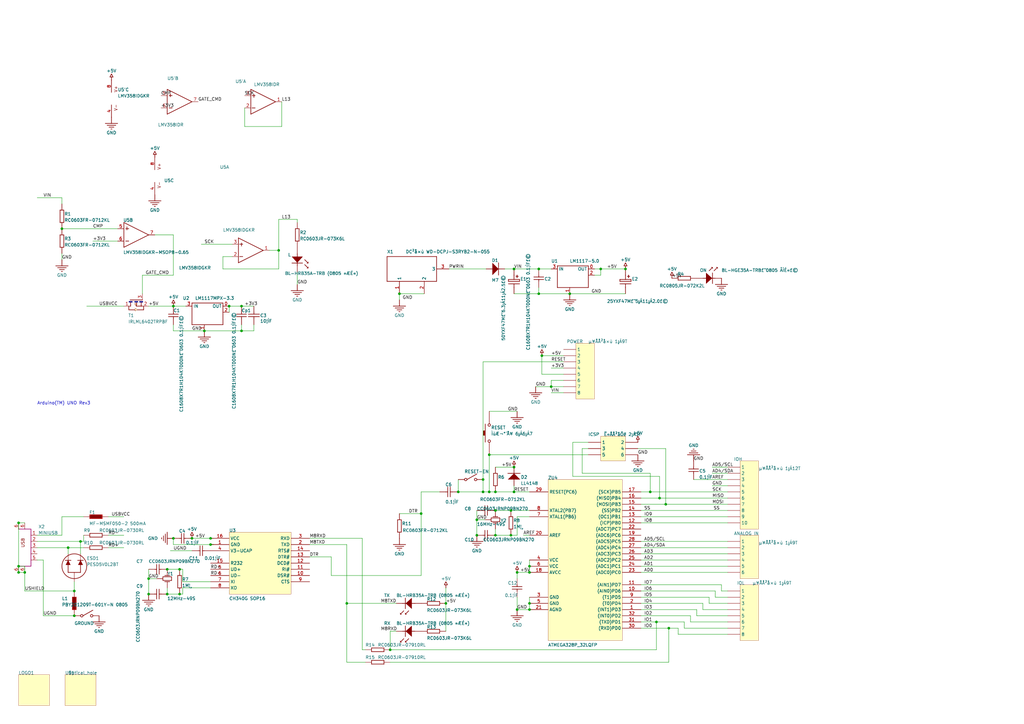
<source format=kicad_sch>
(kicad_sch (version 20231120) (generator "eeschema") (generator_version "8.0")
  (paper "A3")
  (lib_symbols
    (symbol "arduino_SCH-altium-import:+5V_ARROW" (power)
      (property "Reference" "#PWR" (at 0 0 0))
      (property "Value" "+5V" (at 0 3.81 0))
      (symbol "+5V_ARROW_0_0"
        (pin power_in line (at 0 0 0) (length 0) hide (name "+5V") (number ""))
      )
    )
    (symbol "arduino_SCH-altium-import:GND_POWER_GROUND" (power)
      (property "Reference" "#PWR" (at 0 0 0))
      (property "Value" "GND" (at 0 6.35 0))
      (symbol "GND_POWER_GROUND_0_0"
        (pin power_in line (at 0 0 0) (length 0) hide (name "GND") (number ""))
      )
    )
    (symbol "arduino_SCH-altium-import:root_0_ATMEGA328P_32LQFP"
      (symbol "root_0_ATMEGA328P_32LQFP_1_0"
        (pin passive line (at 38.1 -53.34 180) (length 7.62) (name "(INT1)PD3") (number "1"))
        (pin passive line (at 38.1 -45.72 180) (length 7.62) (name "(AIN0)PD6") (number "10"))
        (pin passive line (at 38.1 -43.18 180) (length 7.62) (name "(AIN1)PD7") (number "11"))
        (pin passive line (at 38.1 -17.78 180) (length 7.62) (name "(ICP)PB0") (number "12"))
        (pin passive line (at 38.1 -15.24 180) (length 7.62) (name "(OC1)PB1") (number "13"))
        (pin passive line (at 38.1 -12.7 180) (length 7.62) (name "(SS)PB2") (number "14"))
        (pin passive line (at 38.1 -10.16 180) (length 7.62) (name "(MOSI)PB3") (number "15"))
        (pin passive line (at 38.1 -7.62 180) (length 7.62) (name "(MISO)PB4") (number "16"))
        (pin passive line (at 38.1 -5.08 180) (length 7.62) (name "(SCK)PB5") (number "17"))
        (pin passive line (at -7.62 -38.1 0) (length 7.62) (name "AVCC") (number "18"))
        (pin passive line (at 38.1 -22.86 180) (length 7.62) (name "(ADC6)PC6") (number "19"))
        (pin passive line (at 38.1 -50.8 180) (length 7.62) (name "(T0)PD4") (number "2"))
        (pin passive line (at -7.62 -22.86 0) (length 7.62) (name "AREF") (number "20"))
        (pin passive line (at -7.62 -53.34 0) (length 7.62) (name "AGND") (number "21"))
        (pin passive line (at 38.1 -20.32 180) (length 7.62) (name "(ADC7)PC7") (number "22"))
        (pin passive line (at 38.1 -38.1 180) (length 7.62) (name "(ADC0)PC0") (number "23"))
        (pin passive line (at 38.1 -35.56 180) (length 7.62) (name "(ADC1)PC1") (number "24"))
        (pin passive line (at 38.1 -33.02 180) (length 7.62) (name "(ADC2)PC2") (number "25"))
        (pin passive line (at 38.1 -30.48 180) (length 7.62) (name "(ADC3)PC3") (number "26"))
        (pin passive line (at 38.1 -27.94 180) (length 7.62) (name "(ADC4)PC4") (number "27"))
        (pin passive line (at 38.1 -25.4 180) (length 7.62) (name "(ADC5)PC5") (number "28"))
        (pin passive line (at -7.62 -5.08 0) (length 7.62) (name "RESET(PC6)") (number "29"))
        (pin passive line (at -7.62 -48.26 0) (length 7.62) (name "GND") (number "3"))
        (pin passive line (at 38.1 -60.96 180) (length 7.62) (name "(RXD)PD0") (number "30"))
        (pin passive line (at 38.1 -58.42 180) (length 7.62) (name "(TXD)PD1") (number "31"))
        (pin passive line (at 38.1 -55.88 180) (length 7.62) (name "(INT0)PD2") (number "32"))
        (pin passive line (at -7.62 -33.02 0) (length 7.62) (name "VCC") (number "4"))
        (pin passive line (at -7.62 -50.8 0) (length 7.62) (name "GND") (number "5"))
        (pin passive line (at -7.62 -35.56 0) (length 7.62) (name "VCC") (number "6"))
        (pin passive line (at -7.62 -15.24 0) (length 7.62) (name "XTAL1(PB6)") (number "7"))
        (pin passive line (at -7.62 -12.7 0) (length 7.62) (name "XTAL2(PB7)") (number "8"))
        (pin passive line (at 38.1 -48.26 180) (length 7.62) (name "(T1)PD5") (number "9"))
      )
    )
    (symbol "arduino_SCH-altium-import:root_0_CH340G"
      (symbol "root_0_CH340G_1_0"
        (pin passive line (at -7.62 -5.08 0) (length 7.62) (name "GND") (number "1"))
        (pin passive line (at 33.02 -17.78 180) (length 7.62) (name "DSR#") (number "10"))
        (pin passive line (at 33.02 -15.24 180) (length 7.62) (name "RI#") (number "11"))
        (pin passive line (at 33.02 -12.7 180) (length 7.62) (name "DCD#") (number "12"))
        (pin passive line (at 33.02 -10.16 180) (length 7.62) (name "DTR#") (number "13"))
        (pin passive line (at 33.02 -7.62 180) (length 7.62) (name "RTS#") (number "14"))
        (pin passive line (at -7.62 -12.7 0) (length 7.62) (name "R232") (number "15"))
        (pin passive line (at -7.62 -2.54 0) (length 7.62) (name "VCC") (number "16"))
        (pin passive line (at 33.02 -5.08 180) (length 7.62) (name "TXD") (number "2"))
        (pin passive line (at 33.02 -2.54 180) (length 7.62) (name "RXD") (number "3"))
        (pin passive line (at -7.62 -7.62 0) (length 7.62) (name "V3-UCAP") (number "4"))
        (pin passive line (at -7.62 -15.24 0) (length 7.62) (name "UD+") (number "5"))
        (pin passive line (at -7.62 -17.78 0) (length 7.62) (name "UD-") (number "6"))
        (pin passive line (at -7.62 -20.32 0) (length 7.62) (name "XI") (number "7"))
        (pin passive line (at -7.62 -22.86 0) (length 7.62) (name "XO") (number "8"))
        (pin passive line (at 33.02 -20.32 180) (length 7.62) (name "CTS") (number "9"))
      )
    )
    (symbol "arduino_SCH-altium-import:root_0_Cap"
      (symbol "root_0_Cap_1_0"
        (pin passive line (at -2.54 -2.54 0) (length 2.54) (name "1") (number "1"))
        (pin passive line (at 5.08 -2.54 180) (length 2.54) (name "2") (number "2"))
      )
    )
    (symbol "arduino_SCH-altium-import:root_0_DC_IN"
      (symbol "root_0_DC_IN_1_0"
        (pin passive line (at -5.08 -10.16 90) (length 5.08) (name "1") (number "1"))
        (pin passive line (at 5.08 -10.16 90) (length 5.08) (name "2") (number "2"))
        (pin passive line (at 15.24 0 180) (length 5.08) (name "3") (number "3"))
      )
    )
    (symbol "arduino_SCH-altium-import:root_0_E"
      (symbol "root_0_E_1_0"
        (pin passive line (at 0 0 270) (length 2.54) (name "") (number "1"))
        (pin passive line (at 0 -10.16 90) (length 2.54) (name "") (number "2"))
      )
    )
    (symbol "arduino_SCH-altium-import:root_0_Header 10"
      (symbol "root_0_Header 10_1_0"
        (pin passive line (at -5.08 -2.54 0) (length 5.08) (name "1") (number "1"))
        (pin passive line (at -5.08 -25.4 0) (length 5.08) (name "10") (number "10"))
        (pin passive line (at -5.08 -5.08 0) (length 5.08) (name "2") (number "2"))
        (pin passive line (at -5.08 -7.62 0) (length 5.08) (name "3") (number "3"))
        (pin passive line (at -5.08 -10.16 0) (length 5.08) (name "4") (number "4"))
        (pin passive line (at -5.08 -12.7 0) (length 5.08) (name "5") (number "5"))
        (pin passive line (at -5.08 -15.24 0) (length 5.08) (name "6") (number "6"))
        (pin passive line (at -5.08 -17.78 0) (length 5.08) (name "7") (number "7"))
        (pin passive line (at -5.08 -20.32 0) (length 5.08) (name "8") (number "8"))
        (pin passive line (at -5.08 -22.86 0) (length 5.08) (name "9") (number "9"))
      )
    )
    (symbol "arduino_SCH-altium-import:root_0_Header 3X2"
      (symbol "root_0_Header 3X2_1_0"
        (pin passive line (at -5.08 -2.54 0) (length 5.08) (name "1") (number "1"))
        (pin passive line (at 15.24 -2.54 180) (length 5.08) (name "2") (number "2"))
        (pin passive line (at -5.08 -5.08 0) (length 5.08) (name "3") (number "3"))
        (pin passive line (at 15.24 -5.08 180) (length 5.08) (name "4") (number "4"))
        (pin passive line (at -5.08 -7.62 0) (length 5.08) (name "5") (number "5"))
        (pin passive line (at 15.24 -7.62 180) (length 5.08) (name "6") (number "6"))
      )
    )
    (symbol "arduino_SCH-altium-import:root_0_Header 6"
      (symbol "root_0_Header 6_1_0"
        (pin passive line (at -5.08 -2.54 0) (length 5.08) (name "1") (number "1"))
        (pin passive line (at -5.08 -5.08 0) (length 5.08) (name "2") (number "2"))
        (pin passive line (at -5.08 -7.62 0) (length 5.08) (name "3") (number "3"))
        (pin passive line (at -5.08 -10.16 0) (length 5.08) (name "4") (number "4"))
        (pin passive line (at -5.08 -12.7 0) (length 5.08) (name "5") (number "5"))
        (pin passive line (at -5.08 -15.24 0) (length 5.08) (name "6") (number "6"))
      )
    )
    (symbol "arduino_SCH-altium-import:root_0_Header 8"
      (symbol "root_0_Header 8_1_0"
        (pin passive line (at -5.08 -2.54 0) (length 5.08) (name "1") (number "1"))
        (pin passive line (at -5.08 -5.08 0) (length 5.08) (name "2") (number "2"))
        (pin passive line (at -5.08 -7.62 0) (length 5.08) (name "3") (number "3"))
        (pin passive line (at -5.08 -10.16 0) (length 5.08) (name "4") (number "4"))
        (pin passive line (at -5.08 -12.7 0) (length 5.08) (name "5") (number "5"))
        (pin passive line (at -5.08 -15.24 0) (length 5.08) (name "6") (number "6"))
        (pin passive line (at -5.08 -17.78 0) (length 5.08) (name "7") (number "7"))
        (pin passive line (at -5.08 -20.32 0) (length 5.08) (name "8") (number "8"))
      )
    )
    (symbol "arduino_SCH-altium-import:root_0_L"
      (symbol "root_0_L_1_0"
        (pin passive line (at 5.08 0 180) (length 2.54) (name "") (number "1"))
        (pin passive line (at -5.08 0 0) (length 2.54) (name "") (number "2"))
      )
    )
    (symbol "arduino_SCH-altium-import:root_0_LED_0"
      (symbol "root_0_LED_0_1_0"
        (pin passive line (at -5.08 -2.54 0) (length 2.54) (name "") (number "A"))
        (pin passive line (at 5.08 -2.54 180) (length 2.54) (name "") (number "K"))
      )
    )
    (symbol "arduino_SCH-altium-import:root_0_LM1117"
      (symbol "root_0_LM1117_1_0"
        (pin passive line (at 10.16 5.08 180) (length 2.54) (name "OUT") (number "0"))
        (pin passive line (at 0 -5.08 90) (length 2.54) (name "GND/ADJ") (number "1"))
        (pin passive line (at 10.16 2.54 180) (length 2.54) (name "OUT@1") (number "2"))
        (pin passive line (at -7.62 5.08 0) (length 2.54) (name "IN") (number "3"))
      )
    )
    (symbol "arduino_SCH-altium-import:root_0_LMV358MMX"
      (symbol "root_0_LMV358MMX_1_0"
        (pin passive line (at -7.62 -195.58 180) (length 2.54) (name "OUT") (number "1"))
        (pin passive line (at -22.86 -198.12 0) (length 2.54) (name "-IN") (number "2"))
        (pin passive line (at -22.86 -193.04 0) (length 2.54) (name "+IN") (number "3"))
      )
      (symbol "root_0_LMV358MMX_2_0"
        (pin passive line (at -58.42 7.62 0) (length 2.54) (name "+IN") (number "5"))
        (pin passive line (at -58.42 2.54 0) (length 2.54) (name "-IN") (number "6"))
        (pin passive line (at -43.18 5.08 180) (length 2.54) (name "OUT") (number "7"))
      )
      (symbol "root_0_LMV358MMX_3_0"
        (text "V+" (at -27.94 -162.56 900) (effects (font (size 1.27 1.27)) (justify left bottom)))
        (text "V-" (at -27.94 -170.18 900) (effects (font (size 1.27 1.27)) (justify left bottom)))
        (pin passive line (at -30.48 -172.72 90) (length 5.08) (name "V-") (number "4"))
        (pin passive line (at -30.48 -157.48 270) (length 5.08) (name "V+") (number "8"))
      )
    )
    (symbol "arduino_SCH-altium-import:root_0_LOGO")
    (symbol "arduino_SCH-altium-import:root_0_M7"
      (symbol "root_0_M7_1_0"
        (pin passive line (at -2.54 -2.54 0) (length 2.54) (name "A") (number "A"))
        (pin passive line (at 5.08 -2.54 180) (length 2.54) (name "K") (number "K"))
      )
    )
    (symbol "arduino_SCH-altium-import:root_0_PMOSSOT23"
      (symbol "root_0_PMOSSOT23_1_0"
        (pin passive line (at -5.08 0 0) (length 2.54) (name "D") (number "1"))
        (pin passive line (at 5.08 0 180) (length 2.54) (name "S") (number "2"))
        (pin passive line (at 2.54 5.08 270) (length 2.54) (name "G") (number "3"))
      )
    )
    (symbol "arduino_SCH-altium-import:root_0_R"
      (symbol "root_0_R_1_0"
        (pin passive line (at 7.62 -2.54 180) (length 2.54) (name "") (number "1"))
        (pin passive line (at -2.54 -2.54 0) (length 2.54) (name "") (number "2"))
      )
    )
    (symbol "arduino_SCH-altium-import:root_0_SW-SPST"
      (symbol "root_0_SW-SPST_1_0"
        (pin passive line (at -2.54 -2.54 0) (length 2.54) (name "COMMON") (number "1"))
        (pin passive line (at 7.62 -2.54 180) (length 2.54) (name "NO") (number "2"))
      )
    )
    (symbol "arduino_SCH-altium-import:root_0_USB-B_MINI"
      (symbol "root_0_USB-B_MINI_1_0"
        (text "USB" (at 2.54 -7.62 900) (effects (font (size 1.27 1.27)) (justify left bottom)))
        (pin passive line (at 7.62 -2.54 180) (length 2.54) (name "") (number "1"))
        (pin passive line (at 7.62 -5.08 180) (length 2.54) (name "") (number "2"))
        (pin passive line (at 7.62 -7.62 180) (length 2.54) (name "") (number "3"))
        (pin passive line (at 7.62 -10.16 180) (length 2.54) (name "") (number "4"))
        (pin passive line (at 7.62 -12.7 180) (length 2.54) (name "") (number "5"))
        (pin passive line (at 0 -17.78 90) (length 2.54) (name "") (number "6"))
        (pin passive line (at 0 2.54 270) (length 2.54) (name "") (number "6"))
        (pin passive line (at 2.54 -17.78 90) (length 2.54) (name "") (number "6"))
        (pin passive line (at 2.54 2.54 270) (length 2.54) (name "") (number "6"))
      )
    )
    (symbol "arduino_SCH-altium-import:root_1_Cap"
      (symbol "root_1_Cap_1_0"
        (pin passive line (at 2.54 -2.54 90) (length 2.54) (name "1") (number "1"))
        (pin passive line (at 2.54 5.08 270) (length 2.54) (name "2") (number "2"))
      )
    )
    (symbol "arduino_SCH-altium-import:root_1_L"
      (symbol "root_1_L_1_0"
        (pin passive line (at 0 5.08 270) (length 2.54) (name "") (number "1"))
        (pin passive line (at 0 -5.08 90) (length 2.54) (name "") (number "2"))
      )
    )
    (symbol "arduino_SCH-altium-import:root_1_M7"
      (symbol "root_1_M7_1_0"
        (pin passive line (at 2.54 -2.54 90) (length 2.54) (name "A") (number "A"))
        (pin passive line (at 2.54 5.08 270) (length 2.54) (name "K") (number "K"))
      )
    )
    (symbol "arduino_SCH-altium-import:root_1_R"
      (symbol "root_1_R_1_0"
        (pin passive line (at 2.54 7.62 270) (length 2.54) (name "") (number "1"))
        (pin passive line (at 2.54 -2.54 90) (length 2.54) (name "") (number "2"))
      )
    )
    (symbol "arduino_SCH-altium-import:root_1_SW-PB"
      (symbol "root_1_SW-PB_1_0"
        (pin passive line (at 2.54 -5.08 90) (length 5.08) (name "1") (number "1"))
        (pin passive line (at 2.54 12.7 270) (length 5.08) (name "2") (number "2"))
      )
    )
    (symbol "arduino_SCH-altium-import:root_1_mirrored_ESD1"
      (symbol "root_1_mirrored_ESD1_1_0"
        (pin passive line (at -2.54 5.08 270) (length 2.54) (name "1") (number "1"))
        (pin passive line (at 2.54 5.08 270) (length 2.54) (name "2") (number "2"))
        (pin passive line (at 0 -6.35 90) (length 3.81) (name "3") (number "3"))
      )
    )
    (symbol "arduino_SCH-altium-import:root_2_Cap"
      (symbol "root_2_Cap_1_0"
        (pin passive line (at 2.54 2.54 180) (length 2.54) (name "1") (number "1"))
        (pin passive line (at -5.08 2.54 0) (length 2.54) (name "2") (number "2"))
      )
    )
    (symbol "arduino_SCH-altium-import:root_2_LED_0"
      (symbol "root_2_LED_0_1_0"
        (pin passive line (at 5.08 2.54 180) (length 2.54) (name "") (number "A"))
        (pin passive line (at -5.08 2.54 0) (length 2.54) (name "") (number "K"))
      )
    )
    (symbol "arduino_SCH-altium-import:root_2_mirrored_CAP_0"
      (symbol "root_2_mirrored_CAP_0_1_0"
        (pin passive line (at 2.54 -2.54 90) (length 2.54) (name "1") (number "1"))
        (pin passive line (at 2.54 5.08 270) (length 2.54) (name "2") (number "2"))
      )
    )
    (symbol "arduino_SCH-altium-import:root_3_Cap_0"
      (symbol "root_3_Cap_0_1_0"
        (pin passive line (at -2.54 2.54 270) (length 2.54) (name "1") (number "1"))
        (pin passive line (at -2.54 -5.08 90) (length 2.54) (name "2") (number "2"))
      )
    )
    (symbol "arduino_SCH-altium-import:root_3_LED_0"
      (symbol "root_3_LED_0_1_0"
        (pin passive line (at -2.54 5.08 270) (length 2.54) (name "") (number "A"))
        (pin passive line (at -2.54 -5.08 90) (length 2.54) (name "") (number "K"))
      )
    )
    (symbol "arduino_SCH-altium-import:root_3_XTAL1"
      (symbol "root_3_XTAL1_1_0"
        (pin passive line (at -2.54 2.54 270) (length 2.54) (name "OSC1") (number "1"))
        (pin passive line (at -2.54 -5.08 90) (length 2.54) (name "OSC2") (number "2"))
        (pin passive line (at -6.858 -1.27 0) (length 2.54) (name "3") (number "3"))
      )
    )
  )
  (junction (at 73.66 243.6622))
  (junction (at 68.58 243.6622))
  (junction (at 274.32 257.6322))
  (junction (at 187.96 201.7522))
  (junction (at 222.25 145.8722))
  (junction (at 114.3 102.6922))
  (junction (at 200.66 201.7522))
  (junction (at 30.48 242.3922))
  (junction (at 33.02 222.0722))
  (junction (at 217.17 234.7722))
  (junction (at 212.09 250.0122))
  (junction (at 86.36 220.8022))
  (junction (at 7.62 234.7722))
  (junction (at 10.16 234.7722))
  (junction (at 182.88 247.4722))
  (junction (at 246.38 110.3122))
  (junction (at 226.06 158.5722))
  (junction (at 142.24 247.4722))
  (junction (at 172.72 210.6422))
  (junction (at 68.58 233.5022))
  (junction (at 217.17 232.2322))
  (junction (at 25.4 93.8022))
  (junction (at 209.55 209.3722))
  (junction (at 198.12 196.6722))
  (junction (at 73.66 233.5022))
  (junction (at 27.94 224.6122))
  (junction (at 233.68 120.4722))
  (junction (at 60.96 243.6622))
  (junction (at 210.82 201.7522))
  (junction (at 99.06 125.5522))
  (junction (at 266.7 201.7522))
  (junction (at 210.82 110.3122))
  (junction (at 163.83 120.4722))
  (junction (at 195.58 219.5322))
  (junction (at 200.66 186.5122))
  (junction (at 256.54 110.3122))
  (junction (at 160.02 266.5222))
  (junction (at 203.2 201.7522))
  (junction (at 217.17 247.4722))
  (junction (at 78.74 220.8022))
  (junction (at 7.62 214.4522))
  (junction (at 71.12 220.8022))
  (junction (at 209.55 219.5322))
  (junction (at 203.2 209.3722))
  (junction (at 93.98 125.5522))
  (junction (at 71.12 125.5522))
  (junction (at 195.58 213.1822))
  (junction (at 210.82 191.5922))
  (junction (at 99.06 135.7122))
  (junction (at 30.48 252.5522))
  (junction (at 212.09 234.7722))
  (junction (at 83.82 135.7122))
  (junction (at 217.17 250.0122))
  (junction (at 220.98 110.3122))
  (junction (at 203.2 219.5322))
  (junction (at 60.96 237.3122))
  (junction (at 198.12 201.7522))
  (junction (at 269.24 255.0922))
  (junction (at 7.62 232.2322))
  (junction (at 270.51 204.2922))
  (junction (at 220.98 120.4722))
  (junction (at 86.36 223.3422))
  (junction (at 273.05 206.8322))
  (wire (pts (xy 238.76 183.9722) (xy 238.76 194.1322)))
  (wire (pts (xy 243.84 110.3122) (xy 246.38 110.3122)))
  (wire (pts (xy 273.05 183.9722) (xy 273.05 206.8322)))
  (wire (pts (xy 58.42 112.8522) (xy 71.12 112.8522)))
  (wire (pts (xy 212.09 237.3122) (xy 212.09 234.7722)))
  (wire (pts (xy 142.24 247.4722) (xy 142.24 271.6022)))
  (wire (pts (xy 64.262 237.3122) (xy 60.96 237.3122)))
  (wire (pts (xy 246.38 110.3122) (xy 246.38 112.8522)))
  (wire (pts (xy 44.45 219.5322) (xy 50.8 219.5322)))
  (wire (pts (xy 262.89 234.7722) (xy 298.45 234.7722)))
  (wire (pts (xy 262.89 214.4522) (xy 298.45 214.4522)))
  (wire (pts (xy 7.62 232.2322) (xy 10.16 232.2322)))
  (wire (pts (xy 278.13 257.6322) (xy 274.32 257.6322)))
  (wire (pts (xy 285.75 252.5522) (xy 298.45 252.5522)))
  (wire (pts (xy 77.47 220.8022) (xy 78.74 220.8022)))
  (wire (pts (xy 160.02 258.9022) (xy 160.02 266.5222)))
  (wire (pts (xy 234.95 181.4322) (xy 241.3 181.4322)))
  (wire (pts (xy 93.98 128.0922) (xy 93.98 125.5522)))
  (wire (pts (xy 115.57 51.8922) (xy 100.33 51.8922)))
  (wire (pts (xy 182.88 247.4722) (xy 182.88 241.1222)))
  (wire (pts (xy 60.96 237.3122) (xy 60.96 243.6622)))
  (wire (pts (xy 162.56 247.4722) (xy 142.24 247.4722)))
  (wire (pts (xy 241.3 186.5122) (xy 200.66 186.5122)))
  (wire (pts (xy 60.96 125.5522) (xy 71.12 125.5522)))
  (wire (pts (xy 238.76 194.1322) (xy 266.7 194.1322)))
  (wire (pts (xy 212.09 244.9322) (xy 212.09 250.0122)))
  (wire (pts (xy 33.02 227.1522) (xy 33.02 222.0722)))
  (wire (pts (xy 198.12 196.6722) (xy 198.12 201.7522)))
  (wire (pts (xy 114.3 89.9922) (xy 114.3 102.6922)))
  (wire (pts (xy 73.66 233.5022) (xy 74.93 233.5022)))
  (wire (pts (xy 298.45 260.1722) (xy 278.13 260.1722)))
  (wire (pts (xy 220.98 117.9322) (xy 220.98 120.4722)))
  (wire (pts (xy 262.89 232.2322) (xy 298.45 232.2322)))
  (wire (pts (xy 30.48 242.3922) (xy 30.48 238.5822)))
  (wire (pts (xy 273.05 206.8322) (xy 298.45 206.8322)))
  (wire (pts (xy 35.56 125.5522) (xy 50.8 125.5522)))
  (wire (pts (xy 74.93 243.6622) (xy 73.66 243.6622)))
  (wire (pts (xy 212.09 250.0122) (xy 217.17 250.0122)))
  (wire (pts (xy 298.45 222.0722) (xy 262.89 222.0722)))
  (wire (pts (xy 210.82 110.3122) (xy 220.98 110.3122)))
  (wire (pts (xy 25.4 211.9122) (xy 25.4 219.5322)))
  (wire (pts (xy 71.12 112.8522) (xy 71.12 96.3422)))
  (wire (pts (xy 17.78 252.5522) (xy 30.48 252.5522)))
  (wire (pts (xy 10.16 234.7722) (xy 10.16 242.3922)))
  (wire (pts (xy 270.51 195.4022) (xy 234.95 195.4022)))
  (wire (pts (xy 280.67 255.0922) (xy 280.67 257.6322)))
  (wire (pts (xy 71.12 125.5522) (xy 76.2 125.5522)))
  (wire (pts (xy 7.62 234.7722) (xy 10.16 234.7722)))
  (wire (pts (xy 207.01 110.3122) (xy 210.82 110.3122)))
  (wire (pts (xy 234.95 195.4022) (xy 234.95 181.4322)))
  (wire (pts (xy 280.67 257.6322) (xy 298.45 257.6322)))
  (wire (pts (xy 217.17 250.0122) (xy 217.17 247.4722)))
  (wire (pts (xy 212.09 219.5322) (xy 209.55 219.5322)))
  (wire (pts (xy 278.13 260.1722) (xy 278.13 257.6322)))
  (wire (pts (xy 114.3 102.6922) (xy 114.3 110.3122)))
  (wire (pts (xy 34.29 211.9122) (xy 25.4 211.9122)))
  (wire (pts (xy 231.14 148.4122) (xy 198.12 148.4122)))
  (wire (pts (xy 172.72 210.6422) (xy 172.72 201.7522)))
  (wire (pts (xy 68.58 233.5022) (xy 73.66 233.5022)))
  (wire (pts (xy 142.24 223.3422) (xy 142.24 247.4722)))
  (wire (pts (xy 200.66 201.7522) (xy 198.12 201.7522)))
  (wire (pts (xy 261.62 183.9722) (xy 273.05 183.9722)))
  (wire (pts (xy 298.45 199.2122) (xy 292.1 199.2122)))
  (wire (pts (xy 172.72 201.7522) (xy 180.34 201.7522)))
  (wire (pts (xy 262.89 252.5522) (xy 283.21 252.5522)))
  (wire (pts (xy 25.4 106.5022) (xy 25.4 103.9622)))
  (wire (pts (xy 262.89 211.9122) (xy 298.45 211.9122)))
  (wire (pts (xy 135.89 236.0422) (xy 172.72 236.0422)))
  (wire (pts (xy 71.12 133.1722) (xy 71.12 135.7122)))
  (wire (pts (xy 74.93 241.1222) (xy 74.93 243.6622)))
  (wire (pts (xy 288.29 250.0122) (xy 298.45 250.0122)))
  (wire (pts (xy 283.21 252.5522) (xy 283.21 255.0922)))
  (wire (pts (xy 231.14 161.1122) (xy 226.06 161.1122)))
  (wire (pts (xy 262.89 229.6922) (xy 298.45 229.6922)))
  (wire (pts (xy 266.7 194.1322) (xy 266.7 201.7522)))
  (wire (pts (xy 274.32 271.6022) (xy 274.32 257.6322)))
  (wire (pts (xy 78.74 225.8822) (xy 69.85 225.8822)))
  (wire (pts (xy 71.12 223.3422) (xy 71.12 220.8022)))
  (wire (pts (xy 231.14 156.0322) (xy 226.06 156.0322)))
  (wire (pts (xy 148.59 220.8022) (xy 148.59 266.5222)))
  (wire (pts (xy 222.25 153.4922) (xy 231.14 153.4922)))
  (wire (pts (xy 241.3 183.9722) (xy 238.76 183.9722)))
  (wire (pts (xy 217.17 201.7522) (xy 210.82 201.7522)))
  (wire (pts (xy 27.94 227.1522) (xy 27.94 224.6122)))
  (wire (pts (xy 198.12 148.4122) (xy 198.12 196.6722)))
  (wire (pts (xy 262.89 204.2922) (xy 270.51 204.2922)))
  (wire (pts (xy 266.7 201.7522) (xy 298.45 201.7522)))
  (wire (pts (xy 288.29 247.4722) (xy 288.29 250.0122)))
  (wire (pts (xy 95.25 100.1522) (xy 82.55 100.1522)))
  (wire (pts (xy 7.62 214.4522) (xy 7.62 232.2322)))
  (wire (pts (xy 262.89 255.0922) (xy 269.24 255.0922)))
  (wire (pts (xy 15.24 222.0722) (xy 33.02 222.0722)))
  (wire (pts (xy 86.36 223.3422) (xy 71.12 223.3422)))
  (wire (pts (xy 71.12 96.3422) (xy 63.5 96.3422)))
  (wire (pts (xy 74.93 233.5022) (xy 74.93 238.5822)))
  (wire (pts (xy 173.99 120.4722) (xy 163.83 120.4722)))
  (wire (pts (xy 160.02 266.5222) (xy 269.24 266.5222)))
  (wire (pts (xy 209.55 209.3722) (xy 217.17 209.3722)))
  (wire (pts (xy 295.91 239.8522) (xy 295.91 242.3922)))
  (wire (pts (xy 266.7 201.7522) (xy 262.89 201.7522)))
  (wire (pts (xy 246.38 112.8522) (xy 243.84 112.8522)))
  (wire (pts (xy 298.45 194.1322) (xy 292.1 194.1322)))
  (wire (pts (xy 83.82 135.7122) (xy 99.06 135.7122)))
  (wire (pts (xy 86.36 220.8022) (xy 87.63 220.8022)))
  (wire (pts (xy 25.4 219.5322) (xy 15.24 219.5322)))
  (wire (pts (xy 198.882 213.1822) (xy 195.58 213.1822)))
  (wire (pts (xy 212.09 211.9122) (xy 212.09 219.5322)))
  (wire (pts (xy 25.4 93.8022) (xy 48.26 93.8022)))
  (wire (pts (xy 203.2 219.5322) (xy 201.93 219.5322)))
  (wire (pts (xy 295.91 242.3922) (xy 298.45 242.3922)))
  (wire (pts (xy 203.2 209.3722) (xy 209.55 209.3722)))
  (wire (pts (xy 269.24 266.5222) (xy 269.24 255.0922)))
  (wire (pts (xy 195.58 213.1822) (xy 195.58 219.5322)))
  (wire (pts (xy 86.36 241.1222) (xy 74.93 241.1222)))
  (wire (pts (xy 226.06 156.0322) (xy 226.06 158.5722)))
  (wire (pts (xy 160.02 271.6022) (xy 274.32 271.6022)))
  (wire (pts (xy 99.06 125.5522) (xy 104.14 125.5522)))
  (wire (pts (xy 210.82 120.4722) (xy 220.98 120.4722)))
  (wire (pts (xy 246.38 110.3122) (xy 256.54 110.3122)))
  (wire (pts (xy 217.17 232.2322) (xy 217.17 234.7722)))
  (wire (pts (xy 15.24 229.6922) (xy 17.78 229.6922)))
  (wire (pts (xy 99.06 135.7122) (xy 104.14 135.7122)))
  (wire (pts (xy 172.72 236.0422) (xy 172.72 210.6422)))
  (wire (pts (xy 34.29 222.0722) (xy 34.29 219.5322)))
  (wire (pts (xy 262.89 239.8522) (xy 295.91 239.8522)))
  (wire (pts (xy 233.68 120.4722) (xy 256.54 120.4722)))
  (wire (pts (xy 231.14 150.9522) (xy 226.06 150.9522)))
  (wire (pts (xy 262.89 209.3722) (xy 298.45 209.3722)))
  (wire (pts (xy 74.93 238.5822) (xy 86.36 238.5822)))
  (wire (pts (xy 127 223.3422) (xy 142.24 223.3422)))
  (wire (pts (xy 44.45 211.9122) (xy 50.8 211.9122)))
  (wire (pts (xy 93.98 125.5522) (xy 99.06 125.5522)))
  (wire (pts (xy 298.45 204.2922) (xy 270.51 204.2922)))
  (wire (pts (xy 114.3 102.6922) (xy 110.49 102.6922)))
  (wire (pts (xy 222.25 145.8722) (xy 222.25 153.4922)))
  (wire (pts (xy 217.17 247.4722) (xy 217.17 244.9322)))
  (wire (pts (xy 135.89 228.4222) (xy 135.89 236.0422)))
  (wire (pts (xy 15.24 224.6122) (xy 27.94 224.6122)))
  (wire (pts (xy 262.89 224.6122) (xy 298.45 224.6122)))
  (wire (pts (xy 73.66 243.6622) (xy 68.58 243.6622)))
  (wire (pts (xy 33.02 222.0722) (xy 34.29 222.0722)))
  (wire (pts (xy 27.94 224.6122) (xy 34.29 224.6122)))
  (wire (pts (xy 17.78 229.6922) (xy 17.78 252.5522)))
  (wire (pts (xy 298.45 196.6722) (xy 284.48 196.6722)))
  (wire (pts (xy 99.06 133.1722) (xy 99.06 135.7122)))
  (wire (pts (xy 210.82 201.7522) (xy 210.82 199.2122)))
  (wire (pts (xy 270.51 204.2922) (xy 270.51 195.4022)))
  (wire (pts (xy 104.14 135.7122) (xy 104.14 133.1722)))
  (wire (pts (xy 127 220.8022) (xy 148.59 220.8022)))
  (wire (pts (xy 283.21 255.0922) (xy 298.45 255.0922)))
  (wire (pts (xy 78.74 220.8022) (xy 86.36 220.8022)))
  (wire (pts (xy 15.24 81.1022) (xy 25.4 81.1022)))
  (wire (pts (xy 212.09 234.7722) (xy 217.17 234.7722)))
  (wire (pts (xy 187.96 201.7522) (xy 187.96 196.6722)))
  (wire (pts (xy 220.98 120.4722) (xy 233.68 120.4722)))
  (wire (pts (xy 60.96 233.5022) (xy 60.96 237.3122)))
  (wire (pts (xy 262.89 250.0122) (xy 285.75 250.0122)))
  (wire (pts (xy 7.62 232.2322) (xy 7.62 234.7722)))
  (wire (pts (xy 262.89 244.9322) (xy 290.83 244.9322)))
  (wire (pts (xy 91.44 105.2322) (xy 95.25 105.2322)))
  (wire (pts (xy 217.17 229.6922) (xy 217.17 232.2322)))
  (wire (pts (xy 200.66 186.5122) (xy 200.66 201.7522)))
  (wire (pts (xy 290.83 244.9322) (xy 290.83 247.4722)))
  (wire (pts (xy 127 228.4222) (xy 135.89 228.4222)))
  (wire (pts (xy 226.06 158.5722) (xy 231.14 158.5722)))
  (wire (pts (xy 290.83 247.4722) (xy 298.45 247.4722)))
  (wire (pts (xy 210.82 191.5922) (xy 203.2 191.5922)))
  (wire (pts (xy 114.3 110.3122) (xy 91.44 110.3122)))
  (wire (pts (xy 200.66 168.7322) (xy 212.09 168.7322)))
  (wire (pts (xy 203.2 216.9922) (xy 203.2 219.5322)))
  (wire (pts (xy 87.63 223.3422) (xy 86.36 223.3422)))
  (wire (pts (xy 200.66 201.7522) (xy 203.2 201.7522)))
  (wire (pts (xy 262.89 227.1522) (xy 298.45 227.1522)))
  (wire (pts (xy 68.58 243.6622) (xy 68.58 241.1222)))
  (wire (pts (xy 91.44 110.3122) (xy 91.44 105.2322)))
  (wire (pts (xy 195.58 209.3722) (xy 195.58 213.1822)))
  (wire (pts (xy 121.92 91.2622) (xy 121.92 89.9922)))
  (wire (pts (xy 71.12 135.7122) (xy 83.82 135.7122)))
  (wire (pts (xy 262.89 242.3922) (xy 293.37 242.3922)))
  (wire (pts (xy 273.05 206.8322) (xy 262.89 206.8322)))
  (wire (pts (xy 142.24 271.6022) (xy 149.86 271.6022)))
  (wire (pts (xy 121.92 89.9922) (xy 114.3 89.9922)))
  (wire (pts (xy 162.56 258.9022) (xy 160.02 258.9022)))
  (wire (pts (xy 48.26 98.8822) (xy 38.1 98.8822)))
  (wire (pts (xy 217.17 219.5322) (xy 214.63 219.5322)))
  (wire (pts (xy 10.16 214.4522) (xy 7.62 214.4522)))
  (wire (pts (xy 293.37 244.9322) (xy 298.45 244.9322)))
  (wire (pts (xy 163.83 210.6422) (xy 172.72 210.6422)))
  (wire (pts (xy 203.2 201.7522) (xy 210.82 201.7522)))
  (wire (pts (xy 163.83 120.4722) (xy 163.83 123.0122)))
  (wire (pts (xy 182.88 258.9022) (xy 182.88 247.4722)))
  (wire (pts (xy 209.55 219.5322) (xy 203.2 219.5322)))
  (wire (pts (xy 217.17 211.9122) (xy 212.09 211.9122)))
  (wire (pts (xy 285.75 250.0122) (xy 285.75 252.5522)))
  (wire (pts (xy 44.45 224.6122) (xy 50.8 224.6122)))
  (wire (pts (xy 269.24 255.0922) (xy 280.67 255.0922)))
  (wire (pts (xy 100.33 51.8922) (xy 100.33 44.2722)))
  (wire (pts (xy 198.12 201.7522) (xy 187.96 201.7522)))
  (wire (pts (xy 226.06 158.5722) (xy 219.71 158.5722)))
  (wire (pts (xy 10.16 242.3922) (xy 30.48 242.3922)))
  (wire (pts (xy 293.37 242.3922) (xy 293.37 244.9322)))
  (wire (pts (xy 58.42 120.4722) (xy 58.42 112.8522)))
  (wire (pts (xy 121.92 111.5822) (xy 121.92 116.6622)))
  (wire (pts (xy 220.98 110.3122) (xy 226.06 110.3122)))
  (wire (pts (xy 262.89 247.4722) (xy 288.29 247.4722)))
  (wire (pts (xy 184.15 110.3122) (xy 199.39 110.3122)))
  (wire (pts (xy 298.45 191.5922) (xy 292.1 191.5922)))
  (wire (pts (xy 115.57 41.7322) (xy 115.57 51.8922)))
  (wire (pts (xy 25.4 81.1022) (xy 25.4 83.6422)))
  (wire (pts (xy 10.16 232.2322) (xy 10.16 234.7722)))
  (wire (pts (xy 148.59 266.5222) (xy 149.86 266.5222)))
  (wire (pts (xy 231.14 145.8722) (xy 222.25 145.8722)))
  (wire (pts (xy 274.32 257.6322) (xy 262.89 257.6322)))
  (text "Arduino(TM) UNO Rev3" (at 15.24 166.1922 0) (effects (font (size 1.27 1.27)) (justify left bottom)))
  (label "+5V" (at 182.88 247.4722 0))
  (label "AD4/SDA" (at 292.1 194.1322 0))
  (label "GND" (at 195.58 213.1822 0))
  (label "M8RXD" (at 127 220.8022 0))
  (label "IO4" (at 264.16 247.4722 0))
  (label "+5V" (at 205.74 191.5922 0))
  (label "RD+" (at 86.36 233.5022 0))
  (label "GND" (at 165.1 123.0122 0))
  (label "AREF" (at 292.1 196.6722 0))
  (label "RD+" (at 44.45 224.6122 0))
  (label "IO3" (at 264.16 250.0122 0))
  (label "M8TXD" (at 127 223.3422 0))
  (label "+5V" (at 213.36 234.7722 0))
  (label "GND" (at 219.71 158.5722 0))
  (label "IO6" (at 264.16 242.3922 0))
  (label "IO2" (at 264.16 252.5522 0))
  (label "+5V" (at 226.06 145.8722 0))
  (label "DTR" (at 127 228.4222 0))
  (label "GATE_CMD" (at 81.28 41.7322 0))
  (label "AD3" (at 264.16 227.1522 0))
  (label "CMP" (at 66.04 39.1922 0))
  (label "+3V3" (at 66.04 44.2722 0))
  (label "PWRIN" (at 184.15 110.3122 0))
  (label "RD-" (at 44.45 219.5322 0))
  (label "+3V3" (at 226.06 150.9522 0))
  (label "L13" (at 115.57 41.7322 0))
  (label "CMP" (at 38.1 93.8022 0))
  (label "GND" (at 78.74 135.7122 0))
  (label "AD5/SCL" (at 264.16 222.0722 0))
  (label "AD2" (at 264.16 229.6922 0))
  (label "SCK" (at 83.82 100.1522 0))
  (label "GATE_CMD" (at 59.69 112.8522 0))
  (label "MISO" (at 292.1 204.2922 0))
  (label "IO5" (at 264.16 244.9322 0))
  (label "SS" (at 264.16 209.3722 0))
  (label "M8TXD" (at 156.21 247.4722 0))
  (label "DTR" (at 167.64 210.6422 0))
  (label "GND" (at 242.57 120.4722 0))
  (label "+5V" (at 60.96 125.5522 0))
  (label "GND" (at 25.4 106.5022 0))
  (label "USHIELD" (at 10.16 242.3922 0))
  (label "MOSI" (at 292.1 206.8322 0))
  (label "IO1" (at 264.16 255.0922 0))
  (label "USBVCC" (at 45.72 211.9122 0))
  (label "GND" (at 292.1 199.2122 0))
  (label "IO8" (at 264.16 214.4522 0))
  (label "GND" (at 261.62 186.5122 0))
  (label "+5V" (at 80.01 220.8022 0))
  (label "IO9" (at 264.16 211.9122 0))
  (label "AD4/SDA" (at 264.16 224.6122 0))
  (label "UGND" (at 71.12 225.8822 0))
  (label "RD-" (at 86.36 236.0422 0))
  (label "M8RXD" (at 156.21 258.9022 0))
  (label "VIN" (at 210.82 110.3122 0))
  (label "L13" (at 115.57 89.9922 0))
  (label "RESET" (at 210.82 201.7522 0))
  (label "+3V3" (at 100.33 125.5522 0))
  (label "AD0" (at 264.16 234.7722 0))
  (label "SS" (at 292.608 209.3722 0))
  (label "AREF" (at 214.63 219.5322 0))
  (label "+5V" (at 275.59 114.1222 0))
  (label "+3V3" (at 38.1 98.8822 0))
  (label "SCK" (at 292.1 201.7522 0))
  (label "SCK" (at 100.33 39.1922 0))
  (label "AD1" (at 264.16 232.2322 0))
  (label "GND" (at 60.96 237.3122 0))
  (label "AD5/SCL" (at 292.1 191.5922 0))
  (label "GND" (at 212.09 250.0122 0))
  (label "+5V" (at 248.92 110.3122 0))
  (label "GND" (at 121.92 116.6622 0))
  (label "GND" (at 284.48 189.0522 0))
  (label "GND" (at 208.28 168.7322 0))
  (label "RESET" (at 226.06 148.4122 0))
  (label "VIN" (at 226.06 161.1122 0))
  (label "IO0" (at 264.16 257.6322 0))
  (label "USBVCC" (at 40.64 125.5522 0))
  (label "VIN" (at 17.78 81.1022 0))
  (label "IO7" (at 264.16 239.8522 0))
  (label "UGND" (at 17.78 252.5522 0))
  (symbol (lib_id "arduino_SCH-altium-import:root_2_LED_0") (at 167.64 250.0122 0) (unit 1)
    (property "Reference" "TX" (at 157.48 244.9322 0) (effects (justify left bottom)))
    (property "Value" "BL-HRB35A-TRB (0805 »ÆÉ«)" (at 162.56 244.9322 0) (effects (justify left bottom)))
    (property "Footprint" "LED0805-Y" (effects (hide yes)))
  )
  (symbol (lib_id "arduino_SCH-altium-import:GND_POWER_GROUND") (at 83.82 135.7122 0) (unit 1)
    (property "Reference" "#PWR?" (effects (hide yes)))
    (property "Value" "GND" (at 83.82 142.0622 0))
  )
  (symbol (lib_id "arduino_SCH-altium-import:root_1_Cap") (at 218.44 115.3922 0) (unit 1)
    (property "Reference" "C2" (at 223.266 115.1382 0) (effects (justify left bottom)))
    (property "Value" "C1608X7R1H104KT000N£¨0603 0.1¦ÌF£©" (at 215.9 103.9622 90) (effects (justify right top)))
    (property "Footprint" "0603C" (effects (hide yes)))
    (property "Description" "Capacitor" (effects (hide yes)))
    (property "PUBLISHED" "8-Jun-2000" (effects (hide yes)))
    (property "LATESTREVISIONDATE" "17-Jul-2002" (effects (hide yes)))
    (property "LATESTREVISIONNOTE" "Re-released for DXP Platform." (effects (hide yes)))
    (property "PACKAGEREFERENCE" "RAD-0.3" (effects (hide yes)))
    (property "PUBLISHER" "Altium Limited" (effects (hide yes)))
    (property "PACKAGEDESCRIPTION" "Radial Cap, Thru-Hole; 2 Leads; 0.3 in Pin Spacing" (effects (hide yes)))
  )
  (symbol (lib_id "arduino_SCH-altium-import:GND_POWER_GROUND") (at 163.83 123.0122 0) (unit 1)
    (property "Reference" "#PWR?" (effects (hide yes)))
    (property "Value" "GND" (at 163.83 129.3622 0))
  )
  (symbol (lib_id "arduino_SCH-altium-import:root_1_R") (at 200.66 199.2122 0) (unit 1)
    (property "Reference" "R6" (at 204.216 196.4182 0) (effects (justify left bottom)))
    (property "Value" "RC0603FR-0712KL" (at 196.85 205.5622 0) (effects (justify left bottom)))
    (property "Footprint" "0603R" (effects (hide yes)))
    (property "Description" "Resistor" (effects (hide yes)))
  )
  (symbol (lib_id "arduino_SCH-altium-import:GND_POWER_GROUND") (at 233.68 120.4722 0) (unit 1)
    (property "Reference" "#PWR?" (effects (hide yes)))
    (property "Value" "GND" (at 233.68 126.8222 0))
  )
  (symbol (lib_id "arduino_SCH-altium-import:root_0_E") (at 256.54 110.3122 0) (unit 1)
    (property "Reference" "E2" (at 259.08 115.1382 0) (effects (justify left bottom)))
    (property "Value" "25YXF47M£¨5¡Á11¡Á2.0£©" (at 248.92 124.2822 0) (effects (justify left bottom)))
    (property "Footprint" "RB 6.3¡Á11¡Á2.5" (effects (hide yes)))
  )
  (symbol (lib_id "arduino_SCH-altium-import:root_0_Cap") (at 182.88 199.2122 0) (unit 1)
    (property "Reference" "C6" (at 182.626 199.4662 0) (effects (justify left bottom)))
    (property "Value" "0.1¦ÌF" (at 182.626 206.5782 0) (effects (justify left bottom)))
    (property "Footprint" "0603C" (effects (hide yes)))
    (property "Description" "Capacitor" (effects (hide yes)))
    (property "PUBLISHED" "8-Jun-2000" (effects (hide yes)))
    (property "LATESTREVISIONDATE" "17-Jul-2002" (effects (hide yes)))
    (property "LATESTREVISIONNOTE" "Re-released for DXP Platform." (effects (hide yes)))
    (property "PACKAGEREFERENCE" "RAD-0.3" (effects (hide yes)))
    (property "PUBLISHER" "Altium Limited" (effects (hide yes)))
    (property "PACKAGEDESCRIPTION" "Radial Cap, Thru-Hole; 2 Leads; 0.3 in Pin Spacing" (effects (hide yes)))
  )
  (symbol (lib_id "arduino_SCH-altium-import:+5V_ARROW") (at 45.72 32.8422 180) (unit 1)
    (property "Reference" "#PWR?" (effects (hide yes)))
    (property "Value" "+5V" (at 45.72 29.0322 0))
  )
  (symbol (lib_id "arduino_SCH-altium-import:root_0_DC_IN") (at 168.91 110.3122 0) (unit 1)
    (property "Reference" "X1" (at 158.75 103.9622 0) (effects (justify left bottom)))
    (property "Value" "DC²å×ù WD-DCPJ-S3RYB2-N-055" (at 166.37 103.9622 0) (effects (justify left bottom)))
    (property "Footprint" "DC_IN" (effects (hide yes)))
    (property "Description" "POWERSUPPLY_DC21MMX" (effects (hide yes)))
  )
  (symbol (lib_name "arduino_SCH-altium-import:root_0_USB-B_MINI") (lib_id "arduino_SCH-altium-import:root_0_USB-B_MINI") (at 7.62 216.9922 0) (unit 1)
    (property "Reference" "X2" (at 15.748 216.7382 0) (effects (justify left bottom)))
    (property "Value" "MINIUSB" (at 15.748 219.2782 0) (effects (justify left bottom)))
    (property "Footprint" "USB-MINI3" (effects (hide yes)))
    (property "Description" "USB" (effects (hide yes)))
  )
  (symbol (lib_id "arduino_SCH-altium-import:root_2_mirrored_CAP_0") (at 101.6 130.6322 0) (unit 1)
    (property "Reference" "C3" (at 106.68 130.1242 0) (effects (justify left bottom)))
    (property "Value" "10¦ÌF" (at 106.68 132.4102 0) (effects (justify left bottom)))
    (property "Footprint" "1206C" (effects (hide yes)))
    (property "Description" "Capacitor" (effects (hide yes)))
  )
  (symbol (lib_id "arduino_SCH-altium-import:GND_POWER_GROUND") (at 60.96 243.6622 0) (unit 1)
    (property "Reference" "#PWR?" (effects (hide yes)))
    (property "Value" "GND" (at 60.96 250.0122 0))
  )
  (symbol (lib_id "arduino_SCH-altium-import:GND_POWER_GROUND") (at 212.09 168.7322 0) (unit 1)
    (property "Reference" "#PWR?" (effects (hide yes)))
    (property "Value" "GND" (at 212.09 175.0822 0))
  )
  (symbol (lib_id "arduino_SCH-altium-import:GND_POWER_GROUND") (at 295.91 114.1222 0) (unit 1)
    (property "Reference" "#PWR?" (effects (hide yes)))
    (property "Value" "GND" (at 295.91 120.4722 0))
  )
  (symbol (lib_id "arduino_SCH-altium-import:root_1_Cap") (at 281.94 194.1322 0) (unit 1)
    (property "Reference" "C5" (at 286.766 193.8782 0) (effects (justify left bottom)))
    (property "Value" "0.1¦ÌF" (at 286.766 196.4182 0) (effects (justify left bottom)))
    (property "Footprint" "0603C" (effects (hide yes)))
    (property "Description" "Capacitor" (effects (hide yes)))
    (property "PUBLISHED" "8-Jun-2000" (effects (hide yes)))
    (property "LATESTREVISIONDATE" "17-Jul-2002" (effects (hide yes)))
    (property "LATESTREVISIONNOTE" "Re-released for DXP Platform." (effects (hide yes)))
    (property "PACKAGEREFERENCE" "RAD-0.3" (effects (hide yes)))
    (property "PUBLISHER" "Altium Limited" (effects (hide yes)))
    (property "PACKAGEDESCRIPTION" "Radial Cap, Thru-Hole; 2 Leads; 0.3 in Pin Spacing" (effects (hide yes)))
  )
  (symbol (lib_id "arduino_SCH-altium-import:root_0_E") (at 210.82 110.3122 0) (unit 1)
    (property "Reference" "E1" (at 213.36 115.1382 0) (effects (justify left bottom)))
    (property "Value" "50YXF47M£¨6.3¡Á11¡Á2.5£©" (at 205.74 112.8522 90) (effects (justify right top)))
    (property "Footprint" "RB 6.3¡Á11¡Á2.5" (effects (hide yes)))
  )
  (symbol (lib_id "arduino_SCH-altium-import:+5V_ARROW") (at 78.74 220.8022 180) (unit 1)
    (property "Reference" "#PWR?" (effects (hide yes)))
    (property "Value" "+5V" (at 78.74 216.9922 0))
  )
  (symbol (lib_id "arduino_SCH-altium-import:GND_POWER_GROUND") (at 25.4 106.5022 0) (unit 1)
    (property "Reference" "#PWR?" (effects (hide yes)))
    (property "Value" "GND" (at 25.4 112.8522 0))
  )
  (symbol (lib_id "arduino_SCH-altium-import:GND_POWER_GROUND") (at 45.72 48.0822 0) (unit 1)
    (property "Reference" "#PWR?" (effects (hide yes)))
    (property "Value" "GND" (at 45.72 54.4322 0))
  )
  (symbol (lib_id "arduino_SCH-altium-import:GND_POWER_GROUND") (at 261.62 186.5122 0) (unit 1)
    (property "Reference" "#PWR?" (effects (hide yes)))
    (property "Value" "GND" (at 261.62 192.8622 0))
  )
  (symbol (lib_id "arduino_SCH-altium-import:root_1_mirrored_ESD1") (at 30.48 232.2322 0) (unit 1)
    (property "Reference" "ESD1" (at 35.56 229.6922 0) (effects (justify left bottom)))
    (property "Value" "PESD5V0L2BT" (at 35.56 232.2322 0) (effects (justify left bottom)))
    (property "Footprint" "SOT-23" (effects (hide yes)))
  )
  (symbol (lib_id "arduino_SCH-altium-import:root_1_R") (at 71.12 241.1222 0) (unit 1)
    (property "Reference" "R7" (at 74.676 238.3282 0) (effects (justify left bottom)))
    (property "Value" "1M¦¸" (at 74.676 240.8682 0) (effects (justify left bottom)))
    (property "Footprint" "0603R" (effects (hide yes)))
    (property "Description" "Resistor" (effects (hide yes)))
  )
  (symbol (lib_id "arduino_SCH-altium-import:+5V_ARROW") (at 63.5 64.5922 180) (unit 1)
    (property "Reference" "#PWR?" (effects (hide yes)))
    (property "Value" "+5V" (at 63.5 60.7822 0))
  )
  (symbol (lib_id "arduino_SCH-altium-import:root_0_Cap") (at 63.5 230.9622 0) (unit 1)
    (property "Reference" "C7" (at 55.88 230.9622 0) (effects (justify left bottom)))
    (property "Value" "CC0603JRNP09BN270" (at 60.96 230.9622 0) (effects (justify left bottom)))
    (property "Footprint" "0603C" (effects (hide yes)))
    (property "Description" "Capacitor" (effects (hide yes)))
    (property "PUBLISHED" "8-Jun-2000" (effects (hide yes)))
    (property "LATESTREVISIONDATE" "17-Jul-2002" (effects (hide yes)))
    (property "LATESTREVISIONNOTE" "Re-released for DXP Platform." (effects (hide yes)))
    (property "PACKAGEREFERENCE" "RAD-0.3" (effects (hide yes)))
    (property "PUBLISHER" "Altium Limited" (effects (hide yes)))
    (property "PACKAGEDESCRIPTION" "Radial Cap, Thru-Hole; 2 Leads; 0.3 in Pin Spacing" (effects (hide yes)))
  )
  (symbol (lib_id "arduino_SCH-altium-import:root_0_ATMEGA328P_32LQFP") (at 224.79 196.6722 0) (unit 1)
    (property "Reference" "ZU4" (at 224.79 196.6722 0) (effects (justify left bottom)))
    (property "Value" "ATMEGA328P_32LQFP" (at 224.79 265.2522 0) (effects (justify left bottom)))
    (property "Footprint" "LQFP32" (effects (hide yes)))
    (property "Description" "Arduino ATMEGA328P" (effects (hide yes)))
  )
  (symbol (lib_id "arduino_SCH-altium-import:root_0_Header 3X2") (at 246.38 178.8922 0) (unit 1)
    (property "Reference" "ICSP" (at 241.3 178.8922 0) (effects (justify left bottom)))
    (property "Value" "Ë«ÅÅ²åÕë 2¡Á3T" (at 247.65 178.8922 0) (effects (justify left bottom)))
    (property "Footprint" "HDR2X3" (effects (hide yes)))
    (property "Description" "Header, 3-Pin, Dual row" (effects (hide yes)))
    (property "LATESTREVISIONDATE" "17-Jul-2002" (effects (hide yes)))
    (property "LATESTREVISIONNOTE" "Re-released for DXP Platform." (effects (hide yes)))
    (property "PUBLISHER" "Altium Limited" (effects (hide yes)))
  )
  (symbol (lib_id "arduino_SCH-altium-import:root_1_R") (at 22.86 101.4222 0) (unit 1)
    (property "Reference" "R3" (at 26.416 98.6282 0) (effects (justify left bottom)))
    (property "Value" "RC0603FR-0712KL" (at 26.416 101.1682 0) (effects (justify left bottom)))
    (property "Footprint" "0603R" (effects (hide yes)))
    (property "Description" "Resistor" (effects (hide yes)))
  )
  (symbol (lib_id "arduino_SCH-altium-import:GND_POWER_GROUND") (at 212.09 250.0122 0) (unit 1)
    (property "Reference" "#PWR?" (effects (hide yes)))
    (property "Value" "GND" (at 212.09 256.3622 0))
  )
  (symbol (lib_id "arduino_SCH-altium-import:GND_POWER_GROUND") (at 121.92 116.6622 0) (unit 1)
    (property "Reference" "#PWR?" (effects (hide yes)))
    (property "Value" "GND" (at 121.92 123.0122 0))
  )
  (symbol (lib_id "arduino_SCH-altium-import:root_0_LMV358MMX") (at 124.46 46.8122 0) (unit 2)
    (property "Reference" "U5'" (at 68.58 32.8422 0) (effects (justify left bottom)))
    (property "Value" "LMV358IDR" (at 64.77 51.8922 0) (effects (justify left bottom)))
    (property "Footprint" "so-8" (effects (hide yes)))
  )
  (symbol (lib_id "arduino_SCH-altium-import:root_1_SW-PB") (at 198.12 181.4322 0) (unit 1)
    (property "Reference" "RESET" (at 201.422 176.0982 0) (effects (justify left bottom)))
    (property "Value" "ÌùÆ¬°´Å¥ 6¡Á6¡Á7" (at 201.422 178.6382 0) (effects (justify left bottom)))
    (property "Footprint" "°´Å¥/SO" (effects (hide yes)))
    (property "Description" "Switch" (effects (hide yes)))
    (property "PUBLISHED" "24-Mar-1999" (effects (hide yes)))
    (property "LATESTREVISIONDATE" "17-Jul-2002" (effects (hide yes)))
    (property "LATESTREVISIONNOTE" "Re-released for DXP Platform." (effects (hide yes)))
    (property "PACKAGEREFERENCE" "SPST-2" (effects (hide yes)))
    (property "PUBLISHER" "Altium Limited" (effects (hide yes)))
    (property "PACKAGEDESCRIPTION" "Switch; 2 Leads" (effects (hide yes)))
  )
  (symbol (lib_id "arduino_SCH-altium-import:root_2_LED_0") (at 167.64 261.4422 0) (unit 1)
    (property "Reference" "RX" (at 157.48 256.3622 0) (effects (justify left bottom)))
    (property "Value" "BL-HRB35A-TRB (0805 »ÆÉ«)" (at 162.56 256.3622 0) (effects (justify left bottom)))
    (property "Footprint" "LED0805-Y" (effects (hide yes)))
  )
  (symbol (lib_id "arduino_SCH-altium-import:GND_POWER_GROUND") (at 163.83 220.8022 0) (unit 1)
    (property "Reference" "#PWR?" (effects (hide yes)))
    (property "Value" "GND" (at 163.83 227.1522 0))
  )
  (symbol (lib_id "arduino_SCH-altium-import:root_0_Header 6") (at 303.53 219.5322 0) (unit 1)
    (property "Reference" "ANALOG IN" (at 300.99 219.5322 0) (effects (justify left bottom)))
    (property "Value" "µ¥ÅÅ²å×ù 1¡Á9T" (at 311.15 223.3422 0) (effects (justify left bottom)))
    (property "Footprint" "HDR1X6Z" (effects (hide yes)))
    (property "Description" "Header, 6-Pin" (effects (hide yes)))
    (property "LATESTREVISIONDATE" "17-Jul-2002" (effects (hide yes)))
    (property "LATESTREVISIONNOTE" "Re-released for DXP Platform." (effects (hide yes)))
    (property "PUBLISHER" "Altium Limited" (effects (hide yes)))
  )
  (symbol (lib_id "arduino_SCH-altium-import:+5V_ARROW") (at 261.62 181.4322 180) (unit 1)
    (property "Reference" "#PWR?" (effects (hide yes)))
    (property "Value" "+5V" (at 261.62 177.6222 0))
  )
  (symbol (lib_id "arduino_SCH-altium-import:root_0_LOGO") (at 7.62 289.3822 0) (unit 1)
    (property "Reference" "LOGO1" (at 7.62 276.6822 0) (effects (justify left bottom)))
    (property "Value" "LOGO" (effects (hide yes)))
    (property "Footprint" "USB_LOGO" (effects (hide yes)))
  )
  (symbol (lib_id "arduino_SCH-altium-import:GND_POWER_GROUND") (at 63.5 79.8322 0) (unit 1)
    (property "Reference" "#PWR?" (effects (hide yes)))
    (property "Value" "GND" (at 63.5 86.1822 0))
  )
  (symbol (lib_id "arduino_SCH-altium-import:+5V_ARROW") (at 71.12 125.5522 180) (unit 1)
    (property "Reference" "#PWR?" (effects (hide yes)))
    (property "Value" "+5V" (at 71.12 121.7422 0))
  )
  (symbol (lib_id "arduino_SCH-altium-import:+5V_ARROW") (at 210.82 191.5922 180) (unit 1)
    (property "Reference" "#PWR?" (effects (hide yes)))
    (property "Value" "+5V" (at 210.82 187.7822 0))
  )
  (symbol (lib_id "arduino_SCH-altium-import:root_0_Header 8") (at 236.22 140.7922 0) (unit 1)
    (property "Reference" "POWER" (at 232.41 140.7922 0) (effects (justify left bottom)))
    (property "Value" "µ¥ÅÅ²å×ù 1¡Á9T" (at 241.3 140.7922 0) (effects (justify left bottom)))
    (property "Footprint" "HDR1X8Z" (effects (hide yes)))
    (property "Description" "Header, 8-Pin" (effects (hide yes)))
    (property "LATESTREVISIONDATE" "17-Jul-2002" (effects (hide yes)))
    (property "LATESTREVISIONNOTE" "Re-released for DXP Platform." (effects (hide yes)))
    (property "PUBLISHER" "Altium Limited" (effects (hide yes)))
  )
  (symbol (lib_id "arduino_SCH-altium-import:root_0_Cap") (at 73.66 218.2622 0) (unit 1)
    (property "Reference" "C4" (at 73.406 218.5162 0) (effects (justify left bottom)))
    (property "Value" "0.1¦ÌF" (at 76.2 223.3422 0) (effects (justify left bottom)))
    (property "Footprint" "0603C" (effects (hide yes)))
    (property "Description" "Capacitor" (effects (hide yes)))
    (property "PUBLISHED" "8-Jun-2000" (effects (hide yes)))
    (property "LATESTREVISIONDATE" "17-Jul-2002" (effects (hide yes)))
    (property "LATESTREVISIONNOTE" "Re-released for DXP Platform." (effects (hide yes)))
    (property "PACKAGEREFERENCE" "RAD-0.3" (effects (hide yes)))
    (property "PUBLISHER" "Altium Limited" (effects (hide yes)))
    (property "PACKAGEDESCRIPTION" "Radial Cap, Thru-Hole; 2 Leads; 0.3 in Pin Spacing" (effects (hide yes)))
  )
  (symbol (lib_id "arduino_SCH-altium-import:root_0_LM1117") (at 233.68 115.3922 0) (unit 1)
    (property "Reference" "U1" (at 226.06 107.7722 0) (effects (justify left bottom)))
    (property "Value" "LM1117-5.0" (at 233.68 107.7722 0) (effects (justify left bottom)))
    (property "Footprint" "SOT223" (effects (hide yes)))
  )
  (symbol (lib_id "arduino_SCH-altium-import:root_0_Cap") (at 63.5 241.1222 0) (unit 1)
    (property "Reference" "C9" (at 55.88 241.1222 0) (effects (justify left bottom)))
    (property "Value" "CC0603JRNP09BN270" (at 55.88 242.3922 90) (effects (justify right top)))
    (property "Footprint" "0603C" (effects (hide yes)))
    (property "Description" "Capacitor" (effects (hide yes)))
    (property "PUBLISHED" "8-Jun-2000" (effects (hide yes)))
    (property "LATESTREVISIONDATE" "17-Jul-2002" (effects (hide yes)))
    (property "LATESTREVISIONNOTE" "Re-released for DXP Platform." (effects (hide yes)))
    (property "PACKAGEREFERENCE" "RAD-0.3" (effects (hide yes)))
    (property "PUBLISHER" "Altium Limited" (effects (hide yes)))
    (property "PACKAGEDESCRIPTION" "Radial Cap, Thru-Hole; 2 Leads; 0.3 in Pin Spacing" (effects (hide yes)))
  )
  (symbol (lib_id "arduino_SCH-altium-import:root_3_Cap_0") (at 101.6 128.0922 0) (unit 1)
    (property "Reference" "Cp1" (at 99.06 128.0922 0) (effects (justify left bottom)))
    (property "Value" "C1608X7R1H104KT000N£¨0603 0.1¦ÌF£©" (at 95.25 128.0922 90) (effects (justify right top)))
    (property "Footprint" "0603C" (effects (hide yes)))
    (property "Description" "Capacitor" (effects (hide yes)))
    (property "PUBLISHED" "8-Jun-2000" (effects (hide yes)))
    (property "LATESTREVISIONDATE" "17-Jul-2002" (effects (hide yes)))
    (property "LATESTREVISIONNOTE" "Re-released for DXP Platform." (effects (hide yes)))
    (property "PACKAGEREFERENCE" "RAD-0.3" (effects (hide yes)))
    (property "PUBLISHER" "Altium Limited" (effects (hide yes)))
    (property "PACKAGEDESCRIPTION" "Radial Cap, Thru-Hole; 2 Leads; 0.3 in Pin Spacing" (effects (hide yes)))
    (property "ALTIUM_VALUE" "100pF" (effects (hide yes)))
  )
  (symbol (lib_id "arduino_SCH-altium-import:root_0_LMV358MMX") (at 123.19 -153.8478 0) (unit 1)
    (property "Reference" "U5'" (at 96.52 34.1122 0) (effects (justify left bottom)))
    (property "Value" "LMV358IDR" (at 104.14 35.3822 0) (effects (justify left bottom)))
    (property "Footprint" "so-8" (effects (hide yes)))
  )
  (symbol (lib_id "arduino_SCH-altium-import:root_0_SW-SPST") (at 33.02 250.0122 0) (unit 1)
    (property "Reference" "GROUND" (at 30.48 256.3622 0) (effects (justify left bottom)))
    (property "Footprint" "0101" (effects (hide yes)))
    (property "Description" "Single-Pole, Single-Throw Switch" (effects (hide yes)))
    (property "PUBLISHED" "24-Mar-1999" (effects (hide yes)))
    (property "LATESTREVISIONDATE" "17-Jul-2002" (effects (hide yes)))
    (property "LATESTREVISIONNOTE" "Re-released for DXP Platform." (effects (hide yes)))
    (property "PACKAGEREFERENCE" "SPST-2" (effects (hide yes)))
    (property "PUBLISHER" "Altium Limited" (effects (hide yes)))
    (property "PACKAGEDESCRIPTION" "Switch; 2 Leads" (effects (hide yes)))
  )
  (symbol (lib_id "arduino_SCH-altium-import:GND_POWER_GROUND") (at 195.58 219.5322 0) (unit 1)
    (property "Reference" "#PWR?" (effects (hide yes)))
    (property "Value" "GND" (at 195.58 225.8822 0))
  )
  (symbol (lib_id "arduino_SCH-altium-import:GND_POWER_GROUND") (at 40.64 252.5522 0) (unit 1)
    (property "Reference" "#PWR?" (effects (hide yes)))
    (property "Value" "GND" (at 40.64 258.9022 0))
  )
  (symbol (lib_id "arduino_SCH-altium-import:root_1_M7") (at 208.28 196.6722 0) (unit 1)
    (property "Reference" "D2" (at 213.614 196.4182 0) (effects (justify left bottom)))
    (property "Value" "LL4148" (at 213.614 198.9582 0) (effects (justify left bottom)))
    (property "Footprint" "D1206" (effects (hide yes)))
    (property "Description" "D" (effects (hide yes)))
  )
  (symbol (lib_id "arduino_SCH-altium-import:root_0_CH340G") (at 93.98 218.2622 0) (unit 1)
    (property "Reference" "U3" (at 93.98 218.2622 0) (effects (justify left bottom)))
    (property "Value" "CH340G SOP16" (at 93.98 246.2022 0) (effects (justify left bottom)))
    (property "Footprint" "SO-16" (effects (hide yes)))
  )
  (symbol (lib_id "arduino_SCH-altium-import:root_0_Cap") (at 198.12 216.9922 0) (unit 1)
    (property "Reference" "C10" (at 190.5 222.0722 0) (effects (justify left bottom)))
    (property "Value" "CC0603JRNP09BN270" (at 198.12 222.0722 0) (effects (justify left bottom)))
    (property "Footprint" "0603C" (effects (hide yes)))
    (property "Description" "Capacitor" (effects (hide yes)))
    (property "PUBLISHED" "8-Jun-2000" (effects (hide yes)))
    (property "LATESTREVISIONDATE" "17-Jul-2002" (effects (hide yes)))
    (property "LATESTREVISIONNOTE" "Re-released for DXP Platform." (effects (hide yes)))
    (property "PACKAGEREFERENCE" "RAD-0.3" (effects (hide yes)))
    (property "PUBLISHER" "Altium Limited" (effects (hide yes)))
    (property "PACKAGEDESCRIPTION" "Radial Cap, Thru-Hole; 2 Leads; 0.3 in Pin Spacing" (effects (hide yes)))
  )
  (symbol (lib_id "arduino_SCH-altium-import:+5V_ARROW") (at 182.88 241.1222 180) (unit 1)
    (property "Reference" "#PWR?" (effects (hide yes)))
    (property "Value" "+5V" (at 182.88 237.3122 0))
  )
  (symbol (lib_id "arduino_SCH-altium-import:root_1_L") (at 30.48 247.4722 0) (unit 1)
    (property "Reference" "L1" (at 25.4 246.2022 0) (effects (justify left bottom)))
    (property "Value" "PBY201209T-601Y-N 0805" (at 25.4 248.7422 0) (effects (justify left bottom)))
    (property "Footprint" "L0805" (effects (hide yes)))
    (property "Description" "BLM21" (effects (hide yes)))
  )
  (symbol (lib_id "arduino_SCH-altium-import:root_3_LED_0") (at 124.46 106.5022 0) (unit 1)
    (property "Reference" "L" (at 118.11 105.2322 0) (effects (justify left bottom)))
    (property "Value" "BL-HRB35A-TRB (0805 »ÆÉ«)" (at 116.84 112.8522 0) (effects (justify left bottom)))
    (property "Footprint" "LED0805-Y" (effects (hide yes)))
  )
  (symbol (lib_id "arduino_SCH-altium-import:root_0_R") (at 278.13 111.5822 0) (unit 1)
    (property "Reference" "R4" (at 277.876 113.1062 0) (effects (justify left bottom)))
    (property "Value" "RC0805JR-072K2L" (at 270.51 117.9322 0) (effects (justify left bottom)))
    (property "Footprint" "0805/R" (effects (hide yes)))
    (property "Description" "Resistor" (effects (hide yes)))
  )
  (symbol (lib_id "arduino_SCH-altium-import:GND_POWER_GROUND") (at 284.48 189.0522 180) (unit 1)
    (property "Reference" "#PWR?" (effects (hide yes)))
    (property "Value" "GND" (at 284.48 182.7022 0))
  )
  (symbol (lib_id "arduino_SCH-altium-import:root_0_R") (at 36.83 222.0722 0) (unit 1)
    (property "Reference" "R10" (at 34.29 223.3422 0) (effects (justify left bottom)))
    (property "Value" "RC0603JR-0730RL" (at 40.64 223.3422 0) (effects (justify left bottom)))
    (property "Footprint" "0603R" (effects (hide yes)))
    (property "Description" "Resistor" (effects (hide yes)))
  )
  (symbol (lib_id "arduino_SCH-altium-import:root_0_LMV358MMX") (at 118.11 -92.8878 0) (unit 1)
    (property "Reference" "U5" (at 90.17 69.2632 0) (effects (justify left bottom)))
    (property "Value" "LMV358IDGKR" (at 91.44 95.0722 0) (effects (justify left bottom)))
    (property "Footprint" "MSOP8-0.65" (effects (hide yes)))
  )
  (symbol (lib_id "arduino_SCH-altium-import:root_1_R") (at 22.86 91.2622 0) (unit 1)
    (property "Reference" "R1" (at 26.416 88.4682 0) (effects (justify left bottom)))
    (property "Value" "RC0603FR-0712KL" (at 26.416 91.0082 0) (effects (justify left bottom)))
    (property "Footprint" "0603R" (effects (hide yes)))
    (property "Description" "Resistor" (effects (hide yes)))
  )
  (symbol (lib_id "arduino_SCH-altium-import:root_3_XTAL1") (at 71.12 236.0422 0) (unit 1)
    (property "Reference" "Y1" (at 68.58 236.0422 0) (effects (justify left bottom)))
    (property "Value" "12MHz-49S" (at 68.58 246.2022 0) (effects (justify left bottom)))
    (property "Footprint" "XTAL-49S" (effects (hide yes)))
    (property "Description" "3pXTAL" (effects (hide yes)))
  )
  (symbol (lib_id "arduino_SCH-altium-import:+5V_ARROW") (at 275.59 114.1222 180) (unit 1)
    (property "Reference" "#PWR?" (effects (hide yes)))
    (property "Value" "+5V" (at 275.59 110.3122 0))
  )
  (symbol (lib_id "arduino_SCH-altium-import:root_0_LED_0") (at 290.83 111.5822 0) (unit 1)
    (property "Reference" "ON" (at 287.02 111.5822 0) (effects (justify left bottom)))
    (property "Value" "BL-HGE35A-TRB£¨0805 ÂÌÉ«£©" (at 295.91 111.5822 0) (effects (justify left bottom)))
    (property "Footprint" "LED0805-R" (effects (hide yes)))
  )
  (symbol (lib_id "arduino_SCH-altium-import:root_1_R") (at 119.38 98.8822 0) (unit 1)
    (property "Reference" "R2" (at 122.936 96.0882 0) (effects (justify left bottom)))
    (property "Value" "RC0603JR-073K6L" (at 122.936 98.6282 0) (effects (justify left bottom)))
    (property "Footprint" "0603R" (effects (hide yes)))
    (property "Description" "Resistor" (effects (hide yes)))
  )
  (symbol (lib_id "arduino_SCH-altium-import:root_0_LMV358MMX") (at 106.68 101.4222 0) (unit 2)
    (property "Reference" "U5" (at 50.546 91.0082 0) (effects (justify left bottom)))
    (property "Value" "LMV358IDGKR-MSOP8-0.65" (at 50.546 104.2162 0) (effects (justify left bottom)))
    (property "Footprint" "MSOP8-0.65" (effects (hide yes)))
  )
  (symbol (lib_id "arduino_SCH-altium-import:root_0_R") (at 36.83 216.9922 0) (unit 1)
    (property "Reference" "R9" (at 34.29 218.2622 0) (effects (justify left bottom)))
    (property "Value" "RC0603JR-0730RL" (at 40.64 218.2622 0) (effects (justify left bottom)))
    (property "Footprint" "0603R" (effects (hide yes)))
    (property "Description" "Resistor" (effects (hide yes)))
  )
  (symbol (lib_id "arduino_SCH-altium-import:+5V_ARROW") (at 256.54 110.3122 180) (unit 1)
    (property "Reference" "#PWR?" (effects (hide yes)))
    (property "Value" "+5V" (at 256.54 106.5022 0))
  )
  (symbol (lib_id "arduino_SCH-altium-import:root_0_R") (at 175.26 256.3622 0) (unit 1)
    (property "Reference" "R13" (at 175.006 257.8862 0) (effects (justify left bottom)))
    (property "Value" "RC0603JR-073K6L" (at 175.006 262.4582 0) (effects (justify left bottom)))
    (property "Footprint" "0603R" (effects (hide yes)))
    (property "Description" "Resistor" (effects (hide yes)))
  )
  (symbol (lib_id "arduino_SCH-altium-import:root_0_SW-SPST") (at 190.5 194.1322 0) (unit 1)
    (property "Reference" "RESET-EN" (at 190.5 194.1322 0) (effects (justify left bottom)))
    (property "Footprint" "0101" (effects (hide yes)))
    (property "Description" "Single-Pole, Single-Throw Switch" (effects (hide yes)))
    (property "PUBLISHED" "24-Mar-1999" (effects (hide yes)))
    (property "LATESTREVISIONDATE" "17-Jul-2002" (effects (hide yes)))
    (property "LATESTREVISIONNOTE" "Re-released for DXP Platform." (effects (hide yes)))
    (property "PACKAGEREFERENCE" "SPST-2" (effects (hide yes)))
    (property "PUBLISHER" "Altium Limited" (effects (hide yes)))
    (property "PACKAGEDESCRIPTION" "Switch; 2 Leads" (effects (hide yes)))
  )
  (symbol (lib_id "arduino_SCH-altium-import:root_3_XTAL1") (at 205.74 211.9122 0) (unit 1)
    (property "Reference" "Y2" (at 205.232 214.1982 0) (effects (justify left bottom)))
    (property "Value" "16MHz-49S" (at 195.58 215.7222 0) (effects (justify left bottom)))
    (property "Footprint" "XTAL-49S" (effects (hide yes)))
    (property "Description" "3pXTAL" (effects (hide yes)))
  )
  (symbol (lib_id "arduino_SCH-altium-import:root_0_LM1117") (at 83.82 130.6322 0) (unit 1)
    (property "Reference" "U2" (at 74.93 123.0122 0) (effects (justify left bottom)))
    (property "Value" "LM1117MPX-3.3" (at 80.01 123.0122 0) (effects (justify left bottom)))
    (property "Footprint" "SOT223" (effects (hide yes)))
  )
  (symbol (lib_id "arduino_SCH-altium-import:+5V_ARROW") (at 212.09 234.7722 180) (unit 1)
    (property "Reference" "#PWR?" (effects (hide yes)))
    (property "Value" "+5V" (at 212.09 230.9622 0))
  )
  (symbol (lib_id "arduino_SCH-altium-import:root_0_LMV358MMX") (at 76.2 -124.6378 0) (unit 3)
    (property "Reference" "U5'" (at 48.26 37.5132 0) (effects (justify left bottom)))
    (property "Value" "LMV358IDGKR" (at 48.26 40.0532 0) (effects (justify left bottom)))
    (property "Footprint" "so-8" (effects (hide yes)))
  )
  (symbol (lib_id "arduino_SCH-altium-import:root_1_R") (at 207.01 216.9922 0) (unit 1)
    (property "Reference" "R8" (at 210.566 214.1982 0) (effects (justify left bottom)))
    (property "Value" "1M¦¸" (at 210.566 216.7382 0) (effects (justify left bottom)))
    (property "Footprint" "0603R" (effects (hide yes)))
    (property "Description" "Resistor" (effects (hide yes)))
  )
  (symbol (lib_id "arduino_SCH-altium-import:root_0_LOGO") (at 26.67 289.3822 0) (unit 1)
    (property "Reference" "U$1" (at 26.67 276.6822 0) (effects (justify left bottom)))
    (property "Value" "Optical_hole" (at 27.94 276.6822 0) (effects (justify left bottom)))
    (property "Footprint" "MARK" (effects (hide yes)))
  )
  (symbol (lib_id "arduino_SCH-altium-import:root_0_Header 10") (at 303.53 189.0522 0) (unit 1)
    (property "Reference" "IOH" (at 300.99 189.0522 0) (effects (justify left bottom)))
    (property "Value" "µ¥ÅÅ²å×ù 1¡Á12T" (at 311.15 192.8622 0) (effects (justify left bottom)))
    (property "Footprint" "HDR1X10Z" (effects (hide yes)))
    (property "Description" "Header, 10-Pin" (effects (hide yes)))
    (property "LATESTREVISIONDATE" "17-Jul-2002" (effects (hide yes)))
    (property "LATESTREVISIONNOTE" "Re-released for DXP Platform." (effects (hide yes)))
    (property "PUBLISHER" "Altium Limited" (effects (hide yes)))
  )
  (symbol (lib_id "arduino_SCH-altium-import:root_1_Cap") (at 209.55 242.3922 0) (unit 1)
    (property "Reference" "C12" (at 208.28 239.8522 0) (effects (justify left bottom)))
    (property "Value" "0.1¦ÌF" (at 207.01 244.9322 0) (effects (justify left bottom)))
    (property "Footprint" "0603C" (effects (hide yes)))
    (property "Description" "Capacitor" (effects (hide yes)))
    (property "PUBLISHED" "8-Jun-2000" (effects (hide yes)))
    (property "LATESTREVISIONDATE" "17-Jul-2002" (effects (hide yes)))
    (property "LATESTREVISIONNOTE" "Re-released for DXP Platform." (effects (hide yes)))
    (property "PACKAGEREFERENCE" "RAD-0.3" (effects (hide yes)))
    (property "PUBLISHER" "Altium Limited" (effects (hide yes)))
    (property "PACKAGEDESCRIPTION" "Radial Cap, Thru-Hole; 2 Leads; 0.3 in Pin Spacing" (effects (hide yes)))
  )
  (symbol (lib_id "arduino_SCH-altium-import:root_0_Header 8") (at 303.53 239.8522 0) (unit 1)
    (property "Reference" "IOL" (at 302.26 239.8522 0) (effects (justify left bottom)))
    (property "Value" "µ¥ÅÅ²å×ù 1¡Á9T" (at 308.61 239.8522 0) (effects (justify left bottom)))
    (property "Footprint" "HDR1X8Z" (effects (hide yes)))
    (property "Description" "Header, 8-Pin" (effects (hide yes)))
    (property "LATESTREVISIONDATE" "17-Jul-2002" (effects (hide yes)))
    (property "LATESTREVISIONNOTE" "Re-released for DXP Platform." (effects (hide yes)))
    (property "PUBLISHER" "Altium Limited" (effects (hide yes)))
  )
  (symbol (lib_id "arduino_SCH-altium-import:root_0_PMOSSOT23") (at 55.88 125.5522 0) (unit 1)
    (property "Reference" "T1" (at 52.578 130.1242 0) (effects (justify left bottom)))
    (property "Value" "IRLML6402TRPBF" (at 52.578 132.6642 0) (effects (justify left bottom)))
    (property "Footprint" "MOSFET" (effects (hide yes)))
  )
  (symbol (lib_id "arduino_SCH-altium-import:+5V_ARROW") (at 222.25 145.8722 180) (unit 1)
    (property "Reference" "#PWR?" (effects (hide yes)))
    (property "Value" "+5V" (at 222.25 142.0622 0))
  )
  (symbol (lib_id "arduino_SCH-altium-import:root_0_R") (at 175.26 244.9322 0) (unit 1)
    (property "Reference" "R12" (at 175.006 246.4562 0) (effects (justify left bottom)))
    (property "Value" "RC0603JR-073K6L" (at 175.006 251.0282 0) (effects (justify left bottom)))
    (property "Footprint" "0603R" (effects (hide yes)))
    (property "Description" "Resistor" (effects (hide yes)))
  )
  (symbol (lib_id "arduino_SCH-altium-import:root_0_Cap") (at 198.12 206.8322 0) (unit 1)
    (property "Reference" "C8" (at 190.5 209.3722 0) (effects (justify left bottom)))
    (property "Value" "CC0603JRNP09BN270" (at 195.58 209.3722 0) (effects (justify left bottom)))
    (property "Footprint" "0603C" (effects (hide yes)))
    (property "Description" "Capacitor" (effects (hide yes)))
    (property "PUBLISHED" "8-Jun-2000" (effects (hide yes)))
    (property "LATESTREVISIONDATE" "17-Jul-2002" (effects (hide yes)))
    (property "LATESTREVISIONNOTE" "Re-released for DXP Platform." (effects (hide yes)))
    (property "PACKAGEREFERENCE" "RAD-0.3" (effects (hide yes)))
    (property "PUBLISHER" "Altium Limited" (effects (hide yes)))
    (property "PACKAGEDESCRIPTION" "Radial Cap, Thru-Hole; 2 Leads; 0.3 in Pin Spacing" (effects (hide yes)))
  )
  (symbol (lib_id "arduino_SCH-altium-import:GND_POWER_GROUND") (at 219.71 158.5722 0) (unit 1)
    (property "Reference" "#PWR?" (effects (hide yes)))
    (property "Value" "GND" (at 219.71 164.9222 0))
  )
  (symbol (lib_id "arduino_SCH-altium-import:root_2_Cap") (at 83.82 228.4222 0) (unit 1)
    (property "Reference" "C11" (at 77.47 229.6922 0) (effects (justify left bottom)))
    (property "Value" "0.01¦ÌF" (at 83.82 229.6922 0) (effects (justify left bottom)))
    (property "Footprint" "0603C" (effects (hide yes)))
    (property "Description" "Capacitor" (effects (hide yes)))
    (property "PUBLISHED" "8-Jun-2000" (effects (hide yes)))
    (property "LATESTREVISIONDATE" "17-Jul-2002" (effects (hide yes)))
    (property "LATESTREVISIONNOTE" "Re-released for DXP Platform." (effects (hide yes)))
    (property "PACKAGEREFERENCE" "RAD-0.3" (effects (hide yes)))
    (property "PUBLISHER" "Altium Limited" (effects (hide yes)))
    (property "PACKAGEDESCRIPTION" "Radial Cap, Thru-Hole; 2 Leads; 0.3 in Pin Spacing" (effects (hide yes)))
  )
  (symbol (lib_id "arduino_SCH-altium-import:root_0_R") (at 152.4 263.9822 0) (unit 1)
    (property "Reference" "R14" (at 149.86 265.2522 0) (effects (justify left bottom)))
    (property "Value" "RC0603JR-07910RL" (at 154.94 265.2522 0) (effects (justify left bottom)))
    (property "Footprint" "0603R" (effects (hide yes)))
    (property "Description" "Resistor" (effects (hide yes)))
  )
  (symbol (lib_id "arduino_SCH-altium-import:root_0_LMV358MMX") (at 93.98 -92.8878 0) (unit 3)
    (property "Reference" "U5" (at 67.31 74.7522 0) (effects (justify left bottom)))
    (property "Value" "LMV358IDGKR" (at 73.406 110.5662 0) (effects (justify left bottom)))
    (property "Footprint" "MSOP8-0.65" (effects (hide yes)))
  )
  (symbol (lib_id "arduino_SCH-altium-import:root_0_L") (at 39.37 211.9122 0) (unit 1)
    (property "Reference" "F1" (at 36.576 210.8962 0) (effects (justify left bottom)))
    (property "Value" "MF-MSMF050-2 500mA" (at 36.576 215.4682 0) (effects (justify left bottom)))
    (property "Footprint" "L1206" (effects (hide yes)))
    (property "Description" "BLM21" (effects (hide yes)))
  )
  (symbol (lib_id "arduino_SCH-altium-import:root_1_R") (at 161.29 218.2622 0) (unit 1)
    (property "Reference" "R11" (at 164.846 215.4682 0) (effects (justify left bottom)))
    (property "Value" "RC0603FR-0712KL" (at 165.1 218.2622 0) (effects (justify left bottom)))
    (property "Footprint" "0603R" (effects (hide yes)))
    (property "Description" "Resistor" (effects (hide yes)))
  )
  (symbol (lib_id "arduino_SCH-altium-import:root_3_Cap_0") (at 73.66 128.0922 0) (unit 1)
    (property "Reference" "C1" (at 71.12 128.0922 0) (effects (justify left bottom)))
    (property "Value" "C1608X7R1H104KT000N£¨0603 0.1¦ÌF£©" (at 73.66 129.3622 90) (effects (justify right top)))
    (property "Footprint" "0603C" (effects (hide yes)))
    (property "Description" "Capacitor" (effects (hide yes)))
    (property "PUBLISHED" "8-Jun-2000" (effects (hide yes)))
    (property "LATESTREVISIONDATE" "17-Jul-2002" (effects (hide yes)))
    (property "LATESTREVISIONNOTE" "Re-released for DXP Platform." (effects (hide yes)))
    (property "PACKAGEREFERENCE" "RAD-0.3" (effects (hide yes)))
    (property "PUBLISHER" "Altium Limited" (effects (hide yes)))
    (property "PACKAGEDESCRIPTION" "Radial Cap, Thru-Hole; 2 Leads; 0.3 in Pin Spacing" (effects (hide yes)))
    (property "ALTIUM_VALUE" "100pF" (effects (hide yes)))
  )
  (symbol (lib_id "arduino_SCH-altium-import:GND_POWER_GROUND") (at 71.12 220.8022 270) (unit 1)
    (property "Reference" "#PWR?" (effects (hide yes)))
    (property "Value" "GND" (at 64.77 220.8022 90) (effects (justify right)))
  )
  (symbol (lib_id "arduino_SCH-altium-import:root_0_M7") (at 201.93 107.7722 0) (unit 1)
    (property "Reference" "D1" (at 201.676 107.5182 0) (effects (justify left bottom)))
    (property "Value" "M7" (at 201.676 115.6462 0) (effects (justify left bottom)))
    (property "Footprint" "M7" (effects (hide yes)))
    (property "Description" "D" (effects (hide yes)))
  )
  (symbol (lib_id "arduino_SCH-altium-import:root_0_R") (at 152.4 269.0622 0) (unit 1)
    (property "Reference" "R15" (at 149.86 270.3322 0) (effects (justify left bottom)))
    (property "Value" "RC0603JR-07910RL" (at 154.94 270.3322 0) (effects (justify left bottom)))
    (property "Footprint" "0603R" (effects (hide yes)))
    (property "Description" "Resistor" (effects (hide yes)))
  )
)
</source>
